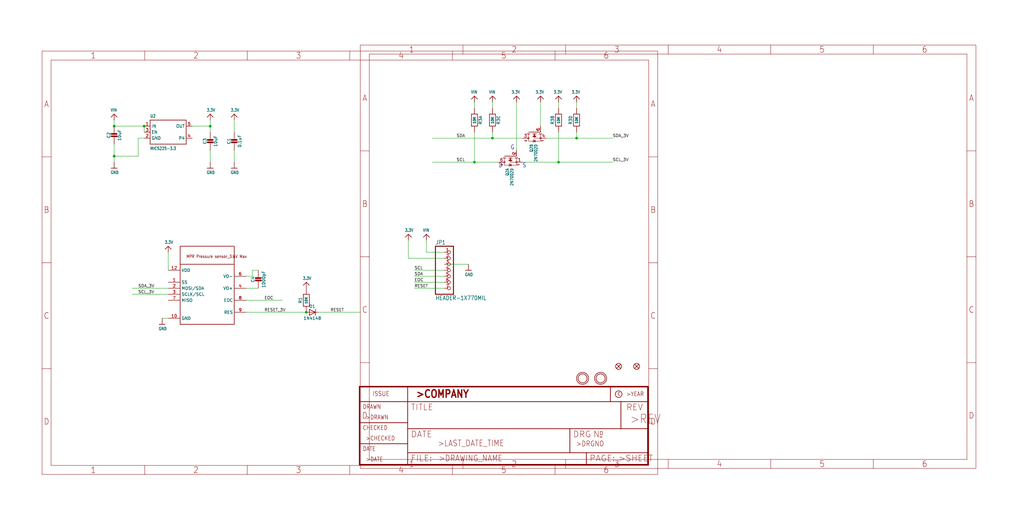
<source format=kicad_sch>
(kicad_sch (version 20211123) (generator eeschema)
  (paper "User" 433.07 220.421)
  (lib_symbols
    (symbol "eagleSchem-eagle-import:3.3V" (power)
      (property "Value" "3.3V" (at -1.524 1.016 0))
      (symbol "3.3V_1_0"
        (polyline (pts (xy -1.27 -1.27) (xy 0 0)) (stroke (width 0.254)))
        (polyline (pts (xy 0 0) (xy 1.27 -1.27)) (stroke (width 0.254)))
        (pin power_in line (at 0 -2.54 90) (length 2.54) (name "3.3V") (number "1"))
      )
    )
    (symbol "eagleSchem-eagle-import:CAP_CERAMIC0603_NO"
      (property "Reference" "C" (at -2.29 1.25 90))
      (property "Value" "CAP_CERAMIC0603_NO" (at 2.3 1.25 90))
      (symbol "CAP_CERAMIC0603_NO_1_0"
        (rectangle (start -1.27 0.508) (end 1.27 1.016) (fill (type outline)))
        (rectangle (start -1.27 1.524) (end 1.27 2.032) (fill (type outline)))
        (polyline (pts (xy 0 0.762) (xy 0 0)) (stroke (width 0.1524)))
        (polyline (pts (xy 0 2.54) (xy 0 1.778)) (stroke (width 0.1524)))
        (pin passive line (at 0 5.08 270) (length 2.54) (name "1") (number "1"))
        (pin passive line (at 0 -2.54 90) (length 2.54) (name "2") (number "2"))
      )
    )
    (symbol "eagleSchem-eagle-import:CAP_CERAMIC0805-NOOUTLINE"
      (property "Reference" "C" (at -2.29 1.25 90))
      (property "Value" "CAP_CERAMIC0805-NOOUTLINE" (at 2.3 1.25 90))
      (symbol "CAP_CERAMIC0805-NOOUTLINE_1_0"
        (rectangle (start -1.27 0.508) (end 1.27 1.016) (fill (type outline)))
        (rectangle (start -1.27 1.524) (end 1.27 2.032) (fill (type outline)))
        (polyline (pts (xy 0 0.762) (xy 0 0)) (stroke (width 0.1524)))
        (polyline (pts (xy 0 2.54) (xy 0 1.778)) (stroke (width 0.1524)))
        (pin passive line (at 0 5.08 270) (length 2.54) (name "1") (number "1"))
        (pin passive line (at 0 -2.54 90) (length 2.54) (name "2") (number "2"))
      )
    )
    (symbol "eagleSchem-eagle-import:DIODESOD-323"
      (property "Reference" "D" (at 0 2.54 0))
      (property "Value" "DIODESOD-323" (at 0 -2.5 0))
      (symbol "DIODESOD-323_1_0"
        (polyline (pts (xy -1.27 -1.27) (xy 1.27 0)) (stroke (width 0.254)))
        (polyline (pts (xy -1.27 1.27) (xy -1.27 -1.27)) (stroke (width 0.254)))
        (polyline (pts (xy 1.27 0) (xy -1.27 1.27)) (stroke (width 0.254)))
        (polyline (pts (xy 1.27 0) (xy 1.27 -1.27)) (stroke (width 0.254)))
        (polyline (pts (xy 1.27 1.27) (xy 1.27 0)) (stroke (width 0.254)))
        (pin passive line (at -2.54 0 0) (length 2.54) (name "A") (number "A"))
        (pin passive line (at 2.54 0 180) (length 2.54) (name "C") (number "C"))
      )
    )
    (symbol "eagleSchem-eagle-import:FIDUCIAL_1MM"
      (symbol "FIDUCIAL_1MM_1_0"
        (polyline (pts (xy -0.762 0.762) (xy 0.762 -0.762)) (stroke (width 0.254)))
        (polyline (pts (xy 0.762 0.762) (xy -0.762 -0.762)) (stroke (width 0.254)))
        (circle (center 0 0) (radius 1.27) (stroke (width 0.254)))
      )
    )
    (symbol "eagleSchem-eagle-import:FRAME_A4"
      (symbol "FRAME_A4_0_0"
        (polyline (pts (xy 0 44.7675) (xy 3.81 44.7675)))
        (polyline (pts (xy 0 89.535) (xy 3.81 89.535)))
        (polyline (pts (xy 0 134.3025) (xy 3.81 134.3025)))
        (polyline (pts (xy 3.81 3.81) (xy 3.81 175.26)))
        (polyline (pts (xy 43.3917 0) (xy 43.3917 3.81)))
        (polyline (pts (xy 43.3917 175.26) (xy 43.3917 179.07)))
        (polyline (pts (xy 86.7833 0) (xy 86.7833 3.81)))
        (polyline (pts (xy 86.7833 175.26) (xy 86.7833 179.07)))
        (polyline (pts (xy 130.175 0) (xy 130.175 3.81)))
        (polyline (pts (xy 130.175 175.26) (xy 130.175 179.07)))
        (polyline (pts (xy 173.5667 0) (xy 173.5667 3.81)))
        (polyline (pts (xy 173.5667 175.26) (xy 173.5667 179.07)))
        (polyline (pts (xy 216.9583 0) (xy 216.9583 3.81)))
        (polyline (pts (xy 216.9583 175.26) (xy 216.9583 179.07)))
        (polyline (pts (xy 256.54 3.81) (xy 3.81 3.81)))
        (polyline (pts (xy 256.54 3.81) (xy 256.54 175.26)))
        (polyline (pts (xy 256.54 44.7675) (xy 260.35 44.7675)))
        (polyline (pts (xy 256.54 89.535) (xy 260.35 89.535)))
        (polyline (pts (xy 256.54 134.3025) (xy 260.35 134.3025)))
        (polyline (pts (xy 256.54 175.26) (xy 3.81 175.26)))
        (polyline (pts (xy 0 0) (xy 260.35 0) (xy 260.35 179.07) (xy 0 179.07) (xy 0 0)))
        (text "1" (at 21.6958 1.905 0) (effects (font (size 2.54 2.286))))
        (text "1" (at 21.6958 177.165 0) (effects (font (size 2.54 2.286))))
        (text "2" (at 65.0875 1.905 0) (effects (font (size 2.54 2.286))))
        (text "2" (at 65.0875 177.165 0) (effects (font (size 2.54 2.286))))
        (text "3" (at 108.4792 1.905 0) (effects (font (size 2.54 2.286))))
        (text "3" (at 108.4792 177.165 0) (effects (font (size 2.54 2.286))))
        (text "4" (at 151.8708 1.905 0) (effects (font (size 2.54 2.286))))
        (text "4" (at 151.8708 177.165 0) (effects (font (size 2.54 2.286))))
        (text "5" (at 195.2625 1.905 0) (effects (font (size 2.54 2.286))))
        (text "5" (at 195.2625 177.165 0) (effects (font (size 2.54 2.286))))
        (text "6" (at 238.6542 1.905 0) (effects (font (size 2.54 2.286))))
        (text "6" (at 238.6542 177.165 0) (effects (font (size 2.54 2.286))))
        (text "A" (at 1.905 156.6863 0) (effects (font (size 2.54 2.286))))
        (text "A" (at 258.445 156.6863 0) (effects (font (size 2.54 2.286))))
        (text "B" (at 1.905 111.9188 0) (effects (font (size 2.54 2.286))))
        (text "B" (at 258.445 111.9188 0) (effects (font (size 2.54 2.286))))
        (text "C" (at 1.905 67.1513 0) (effects (font (size 2.54 2.286))))
        (text "C" (at 258.445 67.1513 0) (effects (font (size 2.54 2.286))))
        (text "D" (at 1.905 22.3838 0) (effects (font (size 2.54 2.286))))
        (text "D" (at 258.445 22.3838 0) (effects (font (size 2.54 2.286))))
      )
      (symbol "FRAME_A4_1_0"
        (polyline (pts (xy 256.54 3.81) (xy 256.54 8.89)) (stroke (width 0.1016)))
        (polyline (pts (xy 256.54 8.89) (xy 256.54 13.97)) (stroke (width 0.1016)))
        (polyline (pts (xy 256.54 13.97) (xy 256.54 19.05)) (stroke (width 0.1016)))
        (polyline (pts (xy 256.54 19.05) (xy 256.54 36.83)) (stroke (width 0.1016)))
      )
      (symbol "FRAME_A4_2_0"
        (polyline (pts (xy -0.3048 1.5748) (xy 20.0152 1.5748)) (stroke (width 0.6096)))
        (polyline (pts (xy -0.3048 10.4648) (xy -0.3048 1.5748)) (stroke (width 0.6096)))
        (polyline (pts (xy -0.3048 10.4648) (xy 20.0152 10.4648)) (stroke (width 0.3048)))
        (polyline (pts (xy -0.3048 19.3548) (xy -0.3048 10.4648)) (stroke (width 0.6096)))
        (polyline (pts (xy -0.3048 19.3548) (xy 20.0152 19.3548)) (stroke (width 0.3048)))
        (polyline (pts (xy -0.3048 28.2448) (xy -0.3048 19.3548)) (stroke (width 0.6096)))
        (polyline (pts (xy -0.3048 28.2448) (xy 20.0152 28.2448)) (stroke (width 0.3048)))
        (polyline (pts (xy -0.3048 34.5948) (xy -0.3048 28.2448)) (stroke (width 0.6096)))
        (polyline (pts (xy 20.0152 1.5748) (xy 20.0152 6.6548)) (stroke (width 0.3048)))
        (polyline (pts (xy 20.0152 1.5748) (xy 95.5802 1.5748)) (stroke (width 0.6096)))
        (polyline (pts (xy 20.0152 6.6548) (xy 20.0152 10.4648)) (stroke (width 0.3048)))
        (polyline (pts (xy 20.0152 6.6548) (xy 88.5952 6.6548)) (stroke (width 0.3048)))
        (polyline (pts (xy 20.0152 10.4648) (xy 20.0152 16.8148)) (stroke (width 0.3048)))
        (polyline (pts (xy 20.0152 16.8148) (xy 20.0152 19.3548)) (stroke (width 0.3048)))
        (polyline (pts (xy 20.0152 19.3548) (xy 20.0152 28.2448)) (stroke (width 0.3048)))
        (polyline (pts (xy 20.0152 28.2448) (xy 20.0152 34.5948)) (stroke (width 0.3048)))
        (polyline (pts (xy 20.0152 28.2448) (xy 105.7402 28.2448)) (stroke (width 0.3048)))
        (polyline (pts (xy 20.0152 34.5948) (xy -0.3048 34.5948)) (stroke (width 0.6096)))
        (polyline (pts (xy 88.5952 6.6548) (xy 95.5802 6.6548)) (stroke (width 0.3048)))
        (polyline (pts (xy 88.5952 16.8148) (xy 20.0152 16.8148)) (stroke (width 0.3048)))
        (polyline (pts (xy 88.5952 16.8148) (xy 88.5952 6.6548)) (stroke (width 0.3048)))
        (polyline (pts (xy 95.5802 1.5748) (xy 121.6152 1.5748)) (stroke (width 0.6096)))
        (polyline (pts (xy 95.5802 6.6548) (xy 95.5802 1.5748)) (stroke (width 0.3048)))
        (polyline (pts (xy 95.5802 6.6548) (xy 121.6152 6.6548)) (stroke (width 0.3048)))
        (polyline (pts (xy 101.2952 13.3223) (xy 102.2477 13.3223)) (stroke (width 0.254)))
        (polyline (pts (xy 105.7402 28.2448) (xy 105.7402 34.5948)) (stroke (width 0.3048)))
        (polyline (pts (xy 105.7402 28.2448) (xy 110.1852 28.2448)) (stroke (width 0.3048)))
        (polyline (pts (xy 105.7402 34.5948) (xy 20.0152 34.5948)) (stroke (width 0.6096)))
        (polyline (pts (xy 110.1852 16.8148) (xy 88.5952 16.8148)) (stroke (width 0.3048)))
        (polyline (pts (xy 110.1852 28.2448) (xy 110.1852 16.8148)) (stroke (width 0.3048)))
        (polyline (pts (xy 110.1852 28.2448) (xy 121.6152 28.2448)) (stroke (width 0.3048)))
        (polyline (pts (xy 121.6152 6.6548) (xy 121.6152 1.5748)) (stroke (width 0.6096)))
        (polyline (pts (xy 121.6152 16.8148) (xy 110.1852 16.8148)) (stroke (width 0.3048)))
        (polyline (pts (xy 121.6152 16.8148) (xy 121.6152 6.6548)) (stroke (width 0.6096)))
        (polyline (pts (xy 121.6152 28.2448) (xy 121.6152 16.8148)) (stroke (width 0.6096)))
        (polyline (pts (xy 121.6152 34.5948) (xy 105.7402 34.5948)) (stroke (width 0.6096)))
        (polyline (pts (xy 121.6152 34.5948) (xy 121.6152 28.2448)) (stroke (width 0.6096)))
        (circle (center 109.2327 31.4198) (radius 1.4199) (stroke (width 0.254)))
        (text ">CHECKED" (at 2.2352 11.7348 0) (effects (font (size 1.778 1.5113)) (justify left bottom)))
        (text ">COMPANY" (at 23.349 29.6735 0) (effects (font (size 3.175 2.6987) (thickness 0.5397) bold) (justify left bottom)))
        (text ">DATE" (at 2.2352 2.8448 0) (effects (font (size 1.778 1.5113)) (justify left bottom)))
        (text ">DRAWING_NAME" (at 33.0327 2.8448 0) (effects (font (size 2.54 2.159)) (justify left bottom)))
        (text ">DRAWN" (at 2.2352 20.6248 0) (effects (font (size 1.778 1.5113)) (justify left bottom)))
        (text ">DRGNO" (at 91.1352 9.1948 0) (effects (font (size 2.1844 1.8567)) (justify left bottom)))
        (text ">LAST_DATE_TIME" (at 32.7152 9.1948 0) (effects (font (size 2.54 2.159)) (justify left bottom)))
        (text ">REV" (at 113.9952 18.7198 0) (effects (font (size 3.81 3.2385)) (justify left bottom)))
        (text ">SHEET" (at 108.9152 2.8448 0) (effects (font (size 2.54 2.54)) (justify left bottom)))
        (text ">YEAR" (at 112.4077 30.4673 0) (effects (font (size 1.778 1.5113)) (justify left bottom)))
        (text "C" (at 108.7564 30.7848 0) (effects (font (size 1.27 1.0795)) (justify left bottom)))
        (text "CHECKED" (at 0.9652 16.1798 0) (effects (font (size 1.778 1.5113)) (justify left bottom)))
        (text "DATE" (at 0.9652 7.2898 0) (effects (font (size 1.778 1.5113)) (justify left bottom)))
        (text "DATE" (at 21.2852 13.0048 0) (effects (font (size 2.54 2.54)) (justify left bottom)))
        (text "DRAWN" (at 0.9652 25.0698 0) (effects (font (size 1.778 1.5113)) (justify left bottom)))
        (text "DRG" (at 89.8652 13.0048 0) (effects (font (size 2.54 2.54)) (justify left bottom)))
        (text "FILE:" (at 21.2852 2.8448 0) (effects (font (size 2.54 2.54)) (justify left bottom)))
        (text "ISSUE" (at 5.0927 30.4673 0) (effects (font (size 1.9304 1.6408)) (justify left bottom)))
        (text "N" (at 98.4377 13.0048 0) (effects (font (size 2.54 2.54)) (justify left bottom)))
        (text "o" (at 100.9777 13.9573 0) (effects (font (size 2.1844 1.8567)) (justify left bottom)))
        (text "PAGE:" (at 96.8502 2.8448 0) (effects (font (size 2.54 2.54)) (justify left bottom)))
        (text "REV" (at 112.4077 24.4348 0) (effects (font (size 2.54 2.54)) (justify left bottom)))
        (text "TITLE" (at 21.2852 24.4348 0) (effects (font (size 2.54 2.54)) (justify left bottom)))
      )
    )
    (symbol "eagleSchem-eagle-import:GND" (power)
      (property "Value" "GND" (at -1.524 -2.54 0))
      (symbol "GND_1_0"
        (polyline (pts (xy -1.27 0) (xy 1.27 0)) (stroke (width 0.254)))
        (pin power_in line (at 0 2.54 270) (length 2.54) (name "GND") (number "1"))
      )
    )
    (symbol "eagleSchem-eagle-import:HEADER-1X770MIL"
      (property "Reference" "JP" (at -6.35 10.795 0))
      (property "Value" "HEADER-1X770MIL" (at -6.35 -12.7 0))
      (symbol "HEADER-1X770MIL_1_0"
        (polyline (pts (xy -6.35 -10.16) (xy 1.27 -10.16)) (stroke (width 0.4064)))
        (polyline (pts (xy -6.35 10.16) (xy -6.35 -10.16)) (stroke (width 0.4064)))
        (polyline (pts (xy 1.27 -10.16) (xy 1.27 10.16)) (stroke (width 0.4064)))
        (polyline (pts (xy 1.27 10.16) (xy -6.35 10.16)) (stroke (width 0.4064)))
        (pin passive inverted (at -2.54 7.62 0) (length 2.54) (name "1") (number "1"))
        (pin passive inverted (at -2.54 5.08 0) (length 2.54) (name "2") (number "2"))
        (pin passive inverted (at -2.54 2.54 0) (length 2.54) (name "3") (number "3"))
        (pin passive inverted (at -2.54 0 0) (length 2.54) (name "4") (number "4"))
        (pin passive inverted (at -2.54 -2.54 0) (length 2.54) (name "5") (number "5"))
        (pin passive inverted (at -2.54 -5.08 0) (length 2.54) (name "6") (number "6"))
        (pin passive inverted (at -2.54 -7.62 0) (length 2.54) (name "7") (number "7"))
      )
    )
    (symbol "eagleSchem-eagle-import:MOSFET-N_DUAL"
      (property "Reference" "Q" (at 5.08 0.635 0))
      (property "Value" "MOSFET-N_DUAL" (at 5.08 -1.27 0))
      (symbol "MOSFET-N_DUAL_1_0"
        (polyline (pts (xy 0 2.54) (xy 0 -2.54)) (stroke (width 0.254)))
        (polyline (pts (xy 0.762 -2.54) (xy 0.762 -3.175)) (stroke (width 0.254)))
        (polyline (pts (xy 0.762 -1.905) (xy 0.762 -2.54)) (stroke (width 0.254)))
        (polyline (pts (xy 0.762 0) (xy 0.762 -0.762)) (stroke (width 0.254)))
        (polyline (pts (xy 0.762 0) (xy 2.54 0)) (stroke (width 0.1524)))
        (polyline (pts (xy 0.762 0.762) (xy 0.762 0)) (stroke (width 0.254)))
        (polyline (pts (xy 0.762 2.54) (xy 0.762 1.905)) (stroke (width 0.254)))
        (polyline (pts (xy 0.762 2.54) (xy 3.81 2.54)) (stroke (width 0.1524)))
        (polyline (pts (xy 0.762 3.175) (xy 0.762 2.54)) (stroke (width 0.254)))
        (polyline (pts (xy 2.54 -2.54) (xy 0.762 -2.54)) (stroke (width 0.1524)))
        (polyline (pts (xy 2.54 -2.54) (xy 3.81 -2.54)) (stroke (width 0.1524)))
        (polyline (pts (xy 2.54 0) (xy 2.54 -2.54)) (stroke (width 0.1524)))
        (polyline (pts (xy 3.302 0.508) (xy 3.048 0.254)) (stroke (width 0.1524)))
        (polyline (pts (xy 3.81 0.508) (xy 3.302 0.508)) (stroke (width 0.1524)))
        (polyline (pts (xy 3.81 0.508) (xy 3.81 -2.54)) (stroke (width 0.1524)))
        (polyline (pts (xy 3.81 2.54) (xy 3.81 0.508)) (stroke (width 0.1524)))
        (polyline (pts (xy 4.318 0.508) (xy 3.81 0.508)) (stroke (width 0.1524)))
        (polyline (pts (xy 4.572 0.762) (xy 4.318 0.508)) (stroke (width 0.1524)))
        (polyline (pts (xy 1.016 0) (xy 2.032 0.762) (xy 2.032 -0.762)) (fill (type outline)))
        (polyline (pts (xy 3.81 0.508) (xy 3.302 -0.254) (xy 4.318 -0.254)) (fill (type outline)))
        (circle (center 2.54 -2.54) (radius 0.3592))
        (circle (center 2.54 2.54) (radius 0.3592))
        (text "D" (at 3.175 3.175 0) (effects (font (size 0.8128 0.6908)) (justify left bottom)))
        (text "G" (at -1.27 -1.905 0) (effects (font (size 0.8128 0.6908)) (justify left bottom)))
        (text "S" (at 3.175 -3.81 0) (effects (font (size 0.8128 0.6908)) (justify left bottom)))
        (pin bidirectional line (at 2.54 -5.08 90) (length 2.54) (name "S") (number "1"))
        (pin bidirectional line (at -2.54 -2.54 0) (length 2.54) (name "G") (number "2"))
        (pin bidirectional line (at 2.54 5.08 270) (length 2.54) (name "D") (number "6"))
      )
      (symbol "MOSFET-N_DUAL_2_0"
        (polyline (pts (xy 0 2.54) (xy 0 -2.54)) (stroke (width 0.254)))
        (polyline (pts (xy 0.762 -2.54) (xy 0.762 -3.175)) (stroke (width 0.254)))
        (polyline (pts (xy 0.762 -1.905) (xy 0.762 -2.54)) (stroke (width 0.254)))
        (polyline (pts (xy 0.762 0) (xy 0.762 -0.762)) (stroke (width 0.254)))
        (polyline (pts (xy 0.762 0) (xy 2.54 0)) (stroke (width 0.1524)))
        (polyline (pts (xy 0.762 0.762) (xy 0.762 0)) (stroke (width 0.254)))
        (polyline (pts (xy 0.762 2.54) (xy 0.762 1.905)) (stroke (width 0.254)))
        (polyline (pts (xy 0.762 2.54) (xy 3.81 2.54)) (stroke (width 0.1524)))
        (polyline (pts (xy 0.762 3.175) (xy 0.762 2.54)) (stroke (width 0.254)))
        (polyline (pts (xy 2.54 -2.54) (xy 0.762 -2.54)) (stroke (width 0.1524)))
        (polyline (pts (xy 2.54 -2.54) (xy 3.81 -2.54)) (stroke (width 0.1524)))
        (polyline (pts (xy 2.54 0) (xy 2.54 -2.54)) (stroke (width 0.1524)))
        (polyline (pts (xy 3.302 0.508) (xy 3.048 0.254)) (stroke (width 0.1524)))
        (polyline (pts (xy 3.81 0.508) (xy 3.302 0.508)) (stroke (width 0.1524)))
        (polyline (pts (xy 3.81 0.508) (xy 3.81 -2.54)) (stroke (width 0.1524)))
        (polyline (pts (xy 3.81 2.54) (xy 3.81 0.508)) (stroke (width 0.1524)))
        (polyline (pts (xy 4.318 0.508) (xy 3.81 0.508)) (stroke (width 0.1524)))
        (polyline (pts (xy 4.572 0.762) (xy 4.318 0.508)) (stroke (width 0.1524)))
        (polyline (pts (xy 1.016 0) (xy 2.032 0.762) (xy 2.032 -0.762)) (fill (type outline)))
        (polyline (pts (xy 3.81 0.508) (xy 3.302 -0.254) (xy 4.318 -0.254)) (fill (type outline)))
        (circle (center 2.54 -2.54) (radius 0.3592))
        (circle (center 2.54 2.54) (radius 0.3592))
        (text "D" (at 3.175 3.175 0) (effects (font (size 0.8128 0.6908)) (justify left bottom)))
        (text "G" (at -1.27 -1.905 0) (effects (font (size 0.8128 0.6908)) (justify left bottom)))
        (text "S" (at 3.175 -3.81 0) (effects (font (size 0.8128 0.6908)) (justify left bottom)))
        (pin bidirectional line (at 2.54 5.08 270) (length 2.54) (name "D") (number "3"))
        (pin bidirectional line (at 2.54 -5.08 90) (length 2.54) (name "S") (number "4"))
        (pin bidirectional line (at -2.54 -2.54 0) (length 2.54) (name "G") (number "5"))
      )
    )
    (symbol "eagleSchem-eagle-import:MOUNTINGHOLE2.5"
      (symbol "MOUNTINGHOLE2.5_1_0"
        (circle (center 0 0) (radius 1.905) (stroke (width 0.254)))
        (circle (center 0 0) (radius 2.54) (stroke (width 0.254)))
      )
    )
    (symbol "eagleSchem-eagle-import:MPR_SERIES_I2C_PRESSURE"
      (symbol "MPR_SERIES_I2C_PRESSURE_1_0"
        (polyline (pts (xy -12.7 -12.7) (xy 10.16 -12.7)) (stroke (width 0.254)))
        (polyline (pts (xy -12.7 12.7) (xy -12.7 -12.7)) (stroke (width 0.254)))
        (polyline (pts (xy -12.7 12.7) (xy 10.16 12.7)) (stroke (width 0.254)))
        (polyline (pts (xy -12.7 20.32) (xy -12.7 12.7)) (stroke (width 0.254)))
        (polyline (pts (xy 10.16 -12.7) (xy 10.16 12.7)) (stroke (width 0.254)))
        (polyline (pts (xy 10.16 12.7) (xy 10.16 20.32)) (stroke (width 0.254)))
        (polyline (pts (xy 10.16 20.32) (xy -12.7 20.32)) (stroke (width 0.254)))
        (text "MPR Pressure sensor_3.6V Max" (at -10.16 15.24 0) (effects (font (size 1.27 1.0795)) (justify left bottom)))
        (pin bidirectional line (at -17.78 5.08 0) (length 5.08) (name "SS") (number "1"))
        (pin bidirectional line (at -17.78 -10.16 0) (length 5.08) (name "GND") (number "10"))
        (pin bidirectional line (at -17.78 10.16 0) (length 5.08) (name "VDD") (number "12"))
        (pin bidirectional line (at -17.78 2.54 0) (length 5.08) (name "MOSI/SDA") (number "2"))
        (pin bidirectional line (at -17.78 0 0) (length 5.08) (name "SCLK/SCL") (number "3"))
        (pin bidirectional line (at 15.24 2.54 180) (length 5.08) (name "VO+") (number "4"))
        (pin bidirectional line (at 15.24 7.62 180) (length 5.08) (name "VO-") (number "6"))
        (pin bidirectional line (at -17.78 -2.54 0) (length 5.08) (name "MISO") (number "7"))
        (pin bidirectional line (at 15.24 -2.54 180) (length 5.08) (name "EOC") (number "8"))
        (pin bidirectional line (at 15.24 -7.62 180) (length 5.08) (name "RES") (number "9"))
      )
    )
    (symbol "eagleSchem-eagle-import:RESISTOR_0603_NOOUT"
      (property "Reference" "R" (at 0 2.54 0))
      (property "Value" "RESISTOR_0603_NOOUT" (at 0 0 0))
      (symbol "RESISTOR_0603_NOOUT_1_0"
        (polyline (pts (xy -2.54 -1.27) (xy -2.54 1.27)) (stroke (width 0.254)))
        (polyline (pts (xy -2.54 1.27) (xy 2.54 1.27)) (stroke (width 0.254)))
        (polyline (pts (xy 2.54 -1.27) (xy -2.54 -1.27)) (stroke (width 0.254)))
        (polyline (pts (xy 2.54 1.27) (xy 2.54 -1.27)) (stroke (width 0.254)))
        (pin passive line (at -5.08 0 0) (length 2.54) (name "1") (number "1"))
        (pin passive line (at 5.08 0 180) (length 2.54) (name "2") (number "2"))
      )
    )
    (symbol "eagleSchem-eagle-import:RESISTOR_4PACK"
      (property "Reference" "R" (at 0 2.54 0))
      (property "Value" "RESISTOR_4PACK" (at 0 0 0))
      (symbol "RESISTOR_4PACK_1_0"
        (polyline (pts (xy -2.54 -1.27) (xy -2.54 1.27)) (stroke (width 0.254)))
        (polyline (pts (xy -2.54 1.27) (xy 2.54 1.27)) (stroke (width 0.254)))
        (polyline (pts (xy 2.54 -1.27) (xy -2.54 -1.27)) (stroke (width 0.254)))
        (polyline (pts (xy 2.54 1.27) (xy 2.54 -1.27)) (stroke (width 0.254)))
        (pin passive line (at -5.08 0 0) (length 2.54) (name "1") (number "1"))
        (pin passive line (at 5.08 0 180) (length 2.54) (name "2") (number "8"))
      )
      (symbol "RESISTOR_4PACK_2_0"
        (polyline (pts (xy -2.54 -1.27) (xy -2.54 1.27)) (stroke (width 0.254)))
        (polyline (pts (xy -2.54 1.27) (xy 2.54 1.27)) (stroke (width 0.254)))
        (polyline (pts (xy 2.54 -1.27) (xy -2.54 -1.27)) (stroke (width 0.254)))
        (polyline (pts (xy 2.54 1.27) (xy 2.54 -1.27)) (stroke (width 0.254)))
        (pin passive line (at -5.08 0 0) (length 2.54) (name "1") (number "2"))
        (pin passive line (at 5.08 0 180) (length 2.54) (name "2") (number "7"))
      )
      (symbol "RESISTOR_4PACK_3_0"
        (polyline (pts (xy -2.54 -1.27) (xy -2.54 1.27)) (stroke (width 0.254)))
        (polyline (pts (xy -2.54 1.27) (xy 2.54 1.27)) (stroke (width 0.254)))
        (polyline (pts (xy 2.54 -1.27) (xy -2.54 -1.27)) (stroke (width 0.254)))
        (polyline (pts (xy 2.54 1.27) (xy 2.54 -1.27)) (stroke (width 0.254)))
        (pin passive line (at -5.08 0 0) (length 2.54) (name "1") (number "3"))
        (pin passive line (at 5.08 0 180) (length 2.54) (name "2") (number "6"))
      )
      (symbol "RESISTOR_4PACK_4_0"
        (polyline (pts (xy -2.54 -1.27) (xy -2.54 1.27)) (stroke (width 0.254)))
        (polyline (pts (xy -2.54 1.27) (xy 2.54 1.27)) (stroke (width 0.254)))
        (polyline (pts (xy 2.54 -1.27) (xy -2.54 -1.27)) (stroke (width 0.254)))
        (polyline (pts (xy 2.54 1.27) (xy 2.54 -1.27)) (stroke (width 0.254)))
        (pin passive line (at -5.08 0 0) (length 2.54) (name "1") (number "4"))
        (pin passive line (at 5.08 0 180) (length 2.54) (name "2") (number "5"))
      )
    )
    (symbol "eagleSchem-eagle-import:VIN" (power)
      (property "Value" "VIN" (at -1.524 1.016 0))
      (symbol "VIN_1_0"
        (polyline (pts (xy -1.27 -1.27) (xy 0 0)) (stroke (width 0.254)))
        (polyline (pts (xy 0 0) (xy 1.27 -1.27)) (stroke (width 0.254)))
        (pin power_in line (at 0 -2.54 90) (length 2.54) (name "VIN") (number "1"))
      )
    )
    (symbol "eagleSchem-eagle-import:VREG_SOT23-5"
      (property "Reference" "U" (at -7.62 6.096 0))
      (property "Value" "VREG_SOT23-5" (at -7.62 -7.62 0))
      (symbol "VREG_SOT23-5_1_0"
        (polyline (pts (xy -7.62 -5.08) (xy -7.62 5.08)) (stroke (width 0.254)))
        (polyline (pts (xy -7.62 5.08) (xy 7.62 5.08)) (stroke (width 0.254)))
        (polyline (pts (xy 7.62 -5.08) (xy -7.62 -5.08)) (stroke (width 0.254)))
        (polyline (pts (xy 7.62 5.08) (xy 7.62 -5.08)) (stroke (width 0.254)))
        (pin power_in line (at -10.16 2.54 0) (length 2.54) (name "IN") (number "1"))
        (pin power_in line (at -10.16 -2.54 0) (length 2.54) (name "GND") (number "2"))
        (pin input line (at -10.16 0 0) (length 2.54) (name "EN") (number "3"))
        (pin bidirectional line (at 10.16 -2.54 180) (length 2.54) (name "P4") (number "4"))
        (pin power_in line (at 10.16 2.54 180) (length 2.54) (name "OUT") (number "5"))
      )
    )
  )
  (junction (at 208.28 58.42))
  (junction (at 60.96 53.34))
  (junction (at 243.84 58.42))
  (junction (at 48.26 53.34))
  (junction (at 48.26 66.04))
  (junction (at 200.66 68.58))
  (junction (at 88.9 53.34))
  (junction (at 236.22 68.58))
  (junction (at 129.54 132.08))
  (wire (pts (xy 88.9 63.5) (xy 88.9 68.58)))
  (wire (pts (xy 243.84 45.72) (xy 243.84 43.18)))
  (wire (pts (xy 220.98 58.42) (xy 208.28 58.42)))
  (wire (pts (xy 71.12 121.92) (xy 55.88 121.92)))
  (wire (pts (xy 175.26 121.92) (xy 187.96 121.92)))
  (wire (pts (xy 218.44 63.5) (xy 218.44 43.18)))
  (wire (pts (xy 104.14 121.92) (xy 109.22 121.92)))
  (wire (pts (xy 48.26 66.04) (xy 48.26 60.96)))
  (wire (pts (xy 200.66 55.88) (xy 200.66 68.58)))
  (wire (pts (xy 104.14 132.08) (xy 129.54 132.08)))
  (wire (pts (xy 208.28 45.72) (xy 208.28 43.18)))
  (wire (pts (xy 187.96 114.3) (xy 175.26 114.3)))
  (wire (pts (xy 88.9 53.34) (xy 88.9 55.88)))
  (wire (pts (xy 55.88 124.46) (xy 71.12 124.46)))
  (wire (pts (xy 208.28 55.88) (xy 208.28 58.42)))
  (wire (pts (xy 99.06 50.8) (xy 99.06 55.88)))
  (wire (pts (xy 187.96 106.68) (xy 180.34 106.68)))
  (wire (pts (xy 109.22 114.3) (xy 106.68 114.3)))
  (wire (pts (xy 236.22 68.58) (xy 259.08 68.58)))
  (wire (pts (xy 236.22 55.88) (xy 236.22 68.58)))
  (wire (pts (xy 104.14 127) (xy 119.38 127)))
  (wire (pts (xy 81.28 53.34) (xy 88.9 53.34)))
  (wire (pts (xy 172.72 109.22) (xy 172.72 101.6)))
  (wire (pts (xy 71.12 106.68) (xy 71.12 114.3)))
  (wire (pts (xy 243.84 55.88) (xy 243.84 58.42)))
  (wire (pts (xy 187.96 111.76) (xy 198.12 111.76)))
  (wire (pts (xy 58.42 66.04) (xy 48.26 66.04)))
  (wire (pts (xy 243.84 58.42) (xy 259.08 58.42)))
  (wire (pts (xy 48.26 66.04) (xy 48.26 68.58)))
  (wire (pts (xy 210.82 68.58) (xy 200.66 68.58)))
  (wire (pts (xy 60.96 58.42) (xy 58.42 58.42)))
  (wire (pts (xy 106.68 116.84) (xy 104.14 116.84)))
  (wire (pts (xy 106.68 114.3) (xy 106.68 116.84)))
  (wire (pts (xy 134.62 132.08) (xy 152.4 132.08)))
  (wire (pts (xy 236.22 45.72) (xy 236.22 43.18)))
  (wire (pts (xy 187.96 109.22) (xy 172.72 109.22)))
  (wire (pts (xy 200.66 43.18) (xy 200.66 45.72)))
  (wire (pts (xy 48.26 50.8) (xy 48.26 53.34)))
  (wire (pts (xy 68.58 134.62) (xy 71.12 134.62)))
  (wire (pts (xy 58.42 58.42) (xy 58.42 66.04)))
  (wire (pts (xy 200.66 68.58) (xy 182.88 68.58)))
  (wire (pts (xy 208.28 58.42) (xy 182.88 58.42)))
  (wire (pts (xy 228.6 53.34) (xy 228.6 43.18)))
  (wire (pts (xy 231.14 58.42) (xy 243.84 58.42)))
  (wire (pts (xy 187.96 119.38) (xy 175.26 119.38)))
  (wire (pts (xy 220.98 68.58) (xy 236.22 68.58)))
  (wire (pts (xy 180.34 106.68) (xy 180.34 101.6)))
  (wire (pts (xy 88.9 53.34) (xy 88.9 50.8)))
  (wire (pts (xy 99.06 63.5) (xy 99.06 68.58)))
  (wire (pts (xy 60.96 55.88) (xy 60.96 53.34)))
  (wire (pts (xy 187.96 116.84) (xy 175.26 116.84)))
  (wire (pts (xy 60.96 53.34) (xy 48.26 53.34)))
  (text "G" (at 215.9 63.5 180) (effects (font (size 1.778 1.5113)) (justify left bottom)))
  (text "S" (at 220.98 71.12 180) (effects (font (size 1.778 1.5113)) (justify left bottom)))
  (text "D" (at 210.82 71.12 180) (effects (font (size 1.778 1.5113)) (justify left bottom)))
  (label "SCL" (at 175.26 114.3 0) (effects (font (size 1.2446 1.2446))))
  (label "SDA_3V" (at 259.08 58.42 0) (effects (font (size 1.2446 1.2446))))
  (label "SCL_3V" (at 58.42 124.46 0) (effects (font (size 1.2446 1.2446))))
  (label "SCL_3V" (at 259.08 68.58 0) (effects (font (size 1.2446 1.2446))))
  (label "RESET_3V" (at 111.76 132.08 0) (effects (font (size 1.2446 1.2446))))
  (label "RESET" (at 175.26 121.92 0) (effects (font (size 1.2446 1.2446))))
  (label "SDA" (at 193.04 58.42 0) (effects (font (size 1.2446 1.2446))))
  (label "EOC" (at 175.26 119.38 0) (effects (font (size 1.2446 1.2446))))
  (label "RESET" (at 139.7 132.08 0) (effects (font (size 1.2446 1.2446))))
  (label "SDA_3V" (at 58.42 121.92 0) (effects (font (size 1.2446 1.2446))))
  (label "SCL" (at 193.04 68.58 0) (effects (font (size 1.2446 1.2446))))
  (label "EOC" (at 111.76 127 0) (effects (font (size 1.2446 1.2446))))
  (label "SDA" (at 175.26 116.84 0) (effects (font (size 1.2446 1.2446))))
  (symbol (lib_id "eagleSchem-eagle-import:FIDUCIAL_1MM") (at 269.24 154.94 0) (unit 1)
    (property "Reference" "FID1" (effects hide))
    (property "Value" "FIDUCIAL_1MM" (effects hide))
    (property "Footprint" "eagleSchem:FIDUCIAL_1MM" (effects hide))
  )
  (symbol (lib_id "eagleSchem-eagle-import:3.3V") (at 228.6 40.64 0) (mirror y) (unit 1)
    (property "Reference" "#U$23" (effects hide))
    (property "Value" "3.3V" (at 230.124 39.624 0) (effects (font (size 1.27 1.0795)) (justify left bottom)))
    (property "Footprint" "eagleSchem:" (effects hide))
  )
  (symbol (lib_id "eagleSchem-eagle-import:FIDUCIAL_1MM") (at 261.62 154.94 0) (unit 1)
    (property "Reference" "FID2" (effects hide))
    (property "Value" "FIDUCIAL_1MM" (effects hide))
    (property "Footprint" "eagleSchem:FIDUCIAL_1MM" (effects hide))
  )
  (symbol (lib_id "eagleSchem-eagle-import:GND") (at 88.9 71.12 0) (unit 1)
    (property "Reference" "#U$5" (effects hide))
    (property "Value" "GND" (at 87.376 73.66 0) (effects (font (size 1.27 1.0795)) (justify left bottom)))
    (property "Footprint" "eagleSchem:" (effects hide))
  )
  (symbol (lib_id "eagleSchem-eagle-import:VIN") (at 48.26 48.26 0) (unit 1)
    (property "Reference" "#U$20" (effects hide))
    (property "Value" "VIN" (at 46.736 47.244 0) (effects (font (size 1.27 1.0795)) (justify left bottom)))
    (property "Footprint" "eagleSchem:" (effects hide))
  )
  (symbol (lib_id "eagleSchem-eagle-import:CAP_CERAMIC0805-NOOUTLINE") (at 88.9 60.96 0) (unit 1)
    (property "Reference" "C3" (at 86.61 59.71 90))
    (property "Value" "10uF" (at 91.2 59.71 90))
    (property "Footprint" "eagleSchem:0805-NO" (effects hide))
  )
  (symbol (lib_id "eagleSchem-eagle-import:FRAME_A4") (at 152.4 198.12 0) (unit 2)
    (property "Reference" "#FRAME1" (effects hide))
    (property "Value" "FRAME_A4" (effects hide))
    (property "Footprint" "eagleSchem:" (effects hide))
  )
  (symbol (lib_id "eagleSchem-eagle-import:VIN") (at 180.34 99.06 0) (unit 1)
    (property "Reference" "#U$9" (effects hide))
    (property "Value" "VIN" (at 178.816 98.044 0) (effects (font (size 1.27 1.0795)) (justify left bottom)))
    (property "Footprint" "eagleSchem:" (effects hide))
  )
  (symbol (lib_id "eagleSchem-eagle-import:3.3V") (at 236.22 40.64 0) (mirror y) (unit 1)
    (property "Reference" "#U$24" (effects hide))
    (property "Value" "3.3V" (at 237.744 39.624 0) (effects (font (size 1.27 1.0795)) (justify left bottom)))
    (property "Footprint" "eagleSchem:" (effects hide))
  )
  (symbol (lib_id "eagleSchem-eagle-import:3.3V") (at 172.72 99.06 0) (unit 1)
    (property "Reference" "#U$16" (effects hide))
    (property "Value" "3.3V" (at 171.196 98.044 0) (effects (font (size 1.27 1.0795)) (justify left bottom)))
    (property "Footprint" "eagleSchem:" (effects hide))
  )
  (symbol (lib_id "eagleSchem-eagle-import:3.3V") (at 99.06 48.26 0) (unit 1)
    (property "Reference" "#U$14" (effects hide))
    (property "Value" "3.3V" (at 97.536 47.244 0) (effects (font (size 1.27 1.0795)) (justify left bottom)))
    (property "Footprint" "eagleSchem:" (effects hide))
  )
  (symbol (lib_id "eagleSchem-eagle-import:GND") (at 68.58 137.16 0) (unit 1)
    (property "Reference" "#U$19" (effects hide))
    (property "Value" "GND" (at 67.056 139.7 0) (effects (font (size 1.27 1.0795)) (justify left bottom)))
    (property "Footprint" "eagleSchem:" (effects hide))
  )
  (symbol (lib_id "eagleSchem-eagle-import:GND") (at 48.26 71.12 0) (unit 1)
    (property "Reference" "#U$13" (effects hide))
    (property "Value" "GND" (at 46.736 73.66 0) (effects (font (size 1.27 1.0795)) (justify left bottom)))
    (property "Footprint" "eagleSchem:" (effects hide))
  )
  (symbol (lib_id "eagleSchem-eagle-import:RESISTOR_4PACK") (at 236.22 50.8 90) (mirror x) (unit 2)
    (property "Reference" "R3" (at 233.68 50.8 0))
    (property "Value" "10K" (at 236.22 50.8 0) (effects (font (size 1.016 1.016) bold)))
    (property "Footprint" "eagleSchem:RESPACK_4X0603" (effects hide))
  )
  (symbol (lib_id "eagleSchem-eagle-import:RESISTOR_4PACK") (at 208.28 50.8 270) (unit 3)
    (property "Reference" "R3" (at 210.82 50.8 0))
    (property "Value" "10K" (at 208.28 50.8 0) (effects (font (size 1.016 1.016) bold)))
    (property "Footprint" "eagleSchem:RESPACK_4X0603" (effects hide))
  )
  (symbol (lib_id "eagleSchem-eagle-import:3.3V") (at 71.12 104.14 0) (unit 1)
    (property "Reference" "#U$17" (effects hide))
    (property "Value" "3.3V" (at 69.596 103.124 0) (effects (font (size 1.27 1.0795)) (justify left bottom)))
    (property "Footprint" "eagleSchem:" (effects hide))
  )
  (symbol (lib_id "eagleSchem-eagle-import:RESISTOR_4PACK") (at 200.66 50.8 270) (unit 1)
    (property "Reference" "R3" (at 203.2 50.8 0))
    (property "Value" "10K" (at 200.66 50.8 0) (effects (font (size 1.016 1.016) bold)))
    (property "Footprint" "eagleSchem:RESPACK_4X0603" (effects hide))
  )
  (symbol (lib_id "eagleSchem-eagle-import:GND") (at 99.06 71.12 0) (unit 1)
    (property "Reference" "#U$6" (effects hide))
    (property "Value" "GND" (at 97.536 73.66 0) (effects (font (size 1.27 1.0795)) (justify left bottom)))
    (property "Footprint" "eagleSchem:" (effects hide))
  )
  (symbol (lib_id "eagleSchem-eagle-import:VREG_SOT23-5") (at 71.12 55.88 0) (unit 1)
    (property "Reference" "U2" (at 63.5 49.784 0) (effects (font (size 1.27 1.0795)) (justify left bottom)))
    (property "Value" "MIC5225-3.3" (at 63.5 63.5 0) (effects (font (size 1.27 1.0795)) (justify left bottom)))
    (property "Footprint" "eagleSchem:SOT23-5" (effects hide))
  )
  (symbol (lib_id "eagleSchem-eagle-import:MOUNTINGHOLE2.5") (at 254 160.02 0) (unit 1)
    (property "Reference" "U$3" (effects hide))
    (property "Value" "MOUNTINGHOLE2.5" (effects hide))
    (property "Footprint" "eagleSchem:MOUNTINGHOLE_2.5_PLATED" (effects hide))
  )
  (symbol (lib_id "eagleSchem-eagle-import:3.3V") (at 88.9 48.26 0) (unit 1)
    (property "Reference" "#U$15" (effects hide))
    (property "Value" "3.3V" (at 87.376 47.244 0) (effects (font (size 1.27 1.0795)) (justify left bottom)))
    (property "Footprint" "eagleSchem:" (effects hide))
  )
  (symbol (lib_id "eagleSchem-eagle-import:CAP_CERAMIC0603_NO") (at 99.06 60.96 0) (unit 1)
    (property "Reference" "C1" (at 96.77 59.71 90))
    (property "Value" "0.1uF" (at 101.36 59.71 90))
    (property "Footprint" "eagleSchem:0603-NO" (effects hide))
  )
  (symbol (lib_id "eagleSchem-eagle-import:3.3V") (at 243.84 40.64 0) (mirror y) (unit 1)
    (property "Reference" "#U$7" (effects hide))
    (property "Value" "3.3V" (at 245.364 39.624 0) (effects (font (size 1.27 1.0795)) (justify left bottom)))
    (property "Footprint" "eagleSchem:" (effects hide))
  )
  (symbol (lib_id "eagleSchem-eagle-import:HEADER-1X770MIL") (at 190.5 114.3 0) (unit 1)
    (property "Reference" "JP1" (at 184.15 103.505 0) (effects (font (size 1.778 1.5113)) (justify left bottom)))
    (property "Value" "HEADER-1X770MIL" (at 184.15 127 0) (effects (font (size 1.778 1.5113)) (justify left bottom)))
    (property "Footprint" "eagleSchem:1X07_ROUND_70" (effects hide))
  )
  (symbol (lib_id "eagleSchem-eagle-import:MOUNTINGHOLE2.5") (at 246.38 160.02 0) (unit 1)
    (property "Reference" "U$4" (effects hide))
    (property "Value" "MOUNTINGHOLE2.5" (effects hide))
    (property "Footprint" "eagleSchem:MOUNTINGHOLE_2.5_PLATED" (effects hide))
  )
  (symbol (lib_id "eagleSchem-eagle-import:RESISTOR_4PACK") (at 243.84 50.8 90) (mirror x) (unit 4)
    (property "Reference" "R3" (at 241.3 50.8 0))
    (property "Value" "10K" (at 243.84 50.8 0) (effects (font (size 1.016 1.016) bold)))
    (property "Footprint" "eagleSchem:RESPACK_4X0603" (effects hide))
  )
  (symbol (lib_id "eagleSchem-eagle-import:MOSFET-N_DUAL") (at 226.06 55.88 90) (mirror x) (unit 2)
    (property "Reference" "Q2" (at 225.425 60.96 0) (effects (font (size 1.27 1.0795)) (justify left bottom)))
    (property "Value" "2N7002D" (at 227.33 60.96 0) (effects (font (size 1.27 1.0795)) (justify left bottom)))
    (property "Footprint" "eagleSchem:SOT363" (effects hide))
  )
  (symbol (lib_id "eagleSchem-eagle-import:CAP_CERAMIC0805-NOOUTLINE") (at 48.26 58.42 0) (unit 1)
    (property "Reference" "C2" (at 45.97 57.17 90))
    (property "Value" "10uF" (at 50.56 57.17 90))
    (property "Footprint" "eagleSchem:0805-NO" (effects hide))
  )
  (symbol (lib_id "eagleSchem-eagle-import:FRAME_A4") (at 17.78 200.66 0) (unit 1)
    (property "Reference" "#FRAME1" (effects hide))
    (property "Value" "FRAME_A4" (effects hide))
    (property "Footprint" "eagleSchem:" (effects hide))
  )
  (symbol (lib_id "eagleSchem-eagle-import:GND") (at 198.12 114.3 0) (unit 1)
    (property "Reference" "#U$10" (effects hide))
    (property "Value" "GND" (at 196.596 116.84 0) (effects (font (size 1.27 1.0795)) (justify left bottom)))
    (property "Footprint" "eagleSchem:" (effects hide))
  )
  (symbol (lib_id "eagleSchem-eagle-import:MPR_SERIES_I2C_PRESSURE") (at 88.9 124.46 0) (unit 1)
    (property "Reference" "U$18" (effects hide))
    (property "Value" "MPR_SERIES_I2C_PRESSURE" (effects hide))
    (property "Footprint" "eagleSchem:MPR_SERIES_I2C_PRESSURE" (effects hide))
  )
  (symbol (lib_id "eagleSchem-eagle-import:CAP_CERAMIC0603_NO") (at 109.22 119.38 0) (unit 1)
    (property "Reference" "C4" (at 106.93 118.13 90))
    (property "Value" "1000pF" (at 111.52 118.13 90))
    (property "Footprint" "eagleSchem:0603-NO" (effects hide))
  )
  (symbol (lib_id "eagleSchem-eagle-import:MOSFET-N_DUAL") (at 215.9 66.04 90) (mirror x) (unit 1)
    (property "Reference" "Q2" (at 215.265 71.12 0) (effects (font (size 1.27 1.0795)) (justify left bottom)))
    (property "Value" "2N7002D" (at 217.17 71.12 0) (effects (font (size 1.27 1.0795)) (justify left bottom)))
    (property "Footprint" "eagleSchem:SOT363" (effects hide))
  )
  (symbol (lib_id "eagleSchem-eagle-import:3.3V") (at 218.44 40.64 0) (mirror y) (unit 1)
    (property "Reference" "#U$26" (effects hide))
    (property "Value" "3.3V" (at 219.964 39.624 0) (effects (font (size 1.27 1.0795)) (justify left bottom)))
    (property "Footprint" "eagleSchem:" (effects hide))
  )
  (symbol (lib_id "eagleSchem-eagle-import:DIODESOD-323") (at 132.08 132.08 0) (unit 1)
    (property "Reference" "D1" (at 132.08 129.54 0))
    (property "Value" "1N4148" (at 132.08 134.58 0))
    (property "Footprint" "eagleSchem:SOD-323" (effects hide))
  )
  (symbol (lib_id "eagleSchem-eagle-import:3.3V") (at 129.54 119.38 0) (unit 1)
    (property "Reference" "#U$21" (effects hide))
    (property "Value" "3.3V" (at 128.016 118.364 0) (effects (font (size 1.27 1.0795)) (justify left bottom)))
    (property "Footprint" "eagleSchem:" (effects hide))
  )
  (symbol (lib_id "eagleSchem-eagle-import:RESISTOR_0603_NOOUT") (at 129.54 127 90) (unit 1)
    (property "Reference" "R1" (at 127 127 0))
    (property "Value" "10K" (at 129.54 127 0) (effects (font (size 1.016 1.016) bold)))
    (property "Footprint" "eagleSchem:0603-NO" (effects hide))
  )
  (symbol (lib_id "eagleSchem-eagle-import:VIN") (at 208.28 40.64 0) (unit 1)
    (property "Reference" "#U$28" (effects hide))
    (property "Value" "VIN" (at 206.756 39.624 0) (effects (font (size 1.27 1.0795)) (justify left bottom)))
    (property "Footprint" "eagleSchem:" (effects hide))
  )
  (symbol (lib_id "eagleSchem-eagle-import:VIN") (at 200.66 40.64 0) (unit 1)
    (property "Reference" "#U$29" (effects hide))
    (property "Value" "VIN" (at 199.136 39.624 0) (effects (font (size 1.27 1.0795)) (justify left bottom)))
    (property "Footprint" "eagleSchem:" (effects hide))
  )
)
</source>
